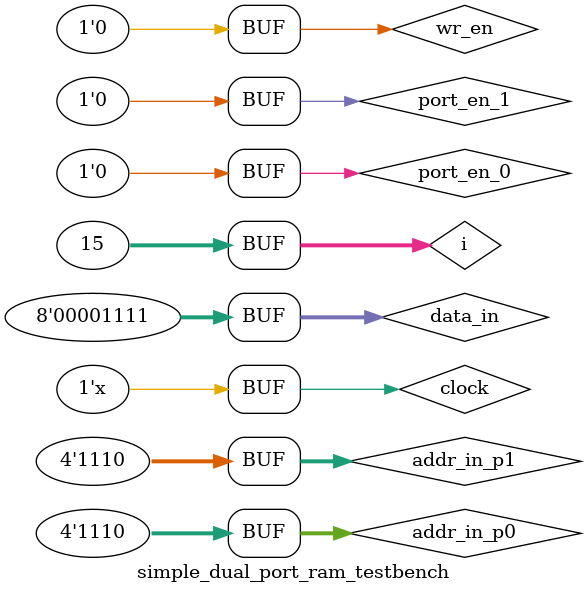
<source format=v>
`include "simple_dual_port_ram.v"

module simple_dual_port_ram_testbench;
    //input
    reg clock;
    reg wr_en;
    reg [7:0] data_in;
    reg [3:0] addr_in_p0; 
    reg [3:0] addr_in_p1;
    reg port_en_0;
    reg port_en_1; 
    //output
    wire [7:0] data_output_0;
    wire [7:0] data_output_1;


    integer i;

    simple_dual_port_ram dut(clock,wr_en, data_in,addr_in_p0,addr_in_p1,port_en_0, port_en_1,data_output_0,data_output_1);

    always 
    #5 clock= ~clock;


    initial begin

            $dumpfile("dual_port_ram_timing_diagram.vcd");// timing diagram is generated
            $dumpvars(0,simple_dual_port_ram_testbench); // dumping the variables in the timing diagram


    end

    initial begin
    clock=1;
    addr_in_p1=0;
    port_en_0=0;
    port_en_1=0;
    wr_en=0;
    data_in=0;
    addr_in_p0=0;
    #20;

    //write all locations of RAM
    port_en_0=1;
    wr_en=1;

    for(i=0;i<15;i++)begin
        data_in=i+1;
        addr_in_p0=i;
        #10;    
    end
    

    //read from port 1, all location of RAM
    wr_en=0;
    port_en_0=0;
    port_en_1=1;
    for(i=0;i<15;i++)begin
        addr_in_p1=i;
        #10;
    end
    port_en_1=0;
    end
endmodule
</source>
